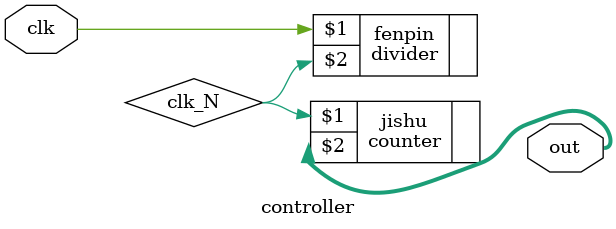
<source format=v>
`timescale 1ns / 1ps


module controller(clk,out);

    input clk;
    output [2:0]out;
    wire clk_N;
    
    divider fenpin(clk,clk_N);
    counter jishu(clk_N,out);
    
endmodule

</source>
